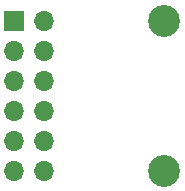
<source format=gbr>
%TF.GenerationSoftware,KiCad,Pcbnew,8.0.6-1.fc39*%
%TF.CreationDate,2024-10-31T14:54:44-07:00*%
%TF.ProjectId,IIS3DWB_eval,49495333-4457-4425-9f65-76616c2e6b69,rev?*%
%TF.SameCoordinates,Original*%
%TF.FileFunction,Soldermask,Bot*%
%TF.FilePolarity,Negative*%
%FSLAX46Y46*%
G04 Gerber Fmt 4.6, Leading zero omitted, Abs format (unit mm)*
G04 Created by KiCad (PCBNEW 8.0.6-1.fc39) date 2024-10-31 14:54:44*
%MOMM*%
%LPD*%
G01*
G04 APERTURE LIST*
%ADD10C,2.700000*%
%ADD11R,1.700000X1.700000*%
%ADD12O,1.700000X1.700000*%
G04 APERTURE END LIST*
D10*
%TO.C,H2*%
X160020000Y-101600000D03*
%TD*%
%TO.C,H1*%
X160020000Y-88900000D03*
%TD*%
D11*
%TO.C,J1*%
X147320000Y-88900000D03*
D12*
X149860000Y-88900000D03*
X147320000Y-91440000D03*
X149860000Y-91440000D03*
X147320000Y-93980000D03*
X149860000Y-93980000D03*
X147320000Y-96520000D03*
X149860000Y-96520000D03*
X147320000Y-99060000D03*
X149860000Y-99060000D03*
X147320000Y-101600000D03*
X149860000Y-101600000D03*
%TD*%
M02*

</source>
